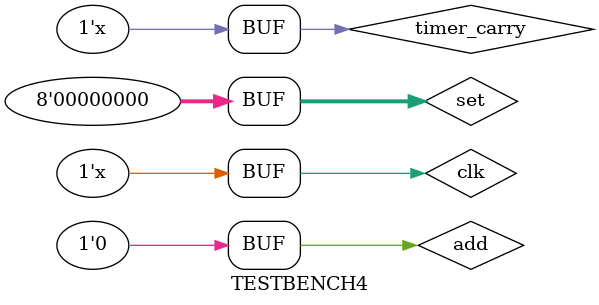
<source format=v>
`timescale 1ns / 1ps

module TESTBENCH4();
   reg clk;
   reg timer_carry;
   reg [7:0] set;
   reg add;
   wire [31:0] date_out;
   
   always #5 clk = ~clk;
   always #15 timer_carry = ~timer_carry;

   initial begin
      //date_out = 0;
      clk = 0;
      timer_carry = 0;
      add = 0;
      set = 8'b10000000;
      #20
      add = 1;
      #10
      add = 0;
      #10
      add = 1;
      #10
      add = 0;
      
      #20
      set = 8'b00010000;
      #20
      add = 1;
      #10
      add = 0;
      #10
      add = 1;
      #10
      add = 0;
      #10
      add = 1;
      #10
      add = 0;
      #10
      add = 1;
      #10
      add = 0;
      #20
      set = 8'b00000100;
      #20
      add = 1;
      #10
      add = 0;
      
      
      set = 8'b00000000;
   end
   
   CALENDAR calendar(timer_carry, clk,  set, add, date_out);

endmodule

</source>
